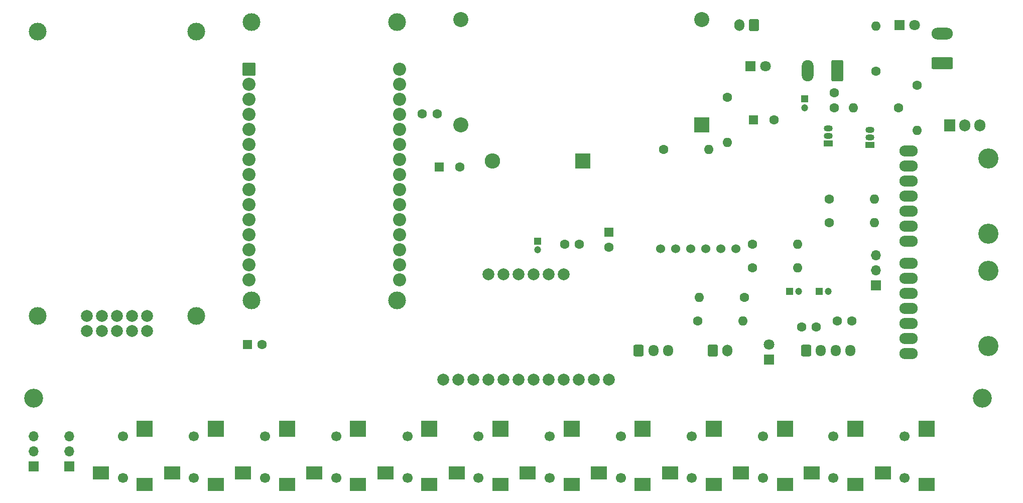
<source format=gbr>
%TF.GenerationSoftware,KiCad,Pcbnew,8.0.4*%
%TF.CreationDate,2024-10-16T11:55:09-05:00*%
%TF.ProjectId,touchboard,746f7563-6862-46f6-9172-642e6b696361,rev?*%
%TF.SameCoordinates,Original*%
%TF.FileFunction,Soldermask,Top*%
%TF.FilePolarity,Negative*%
%FSLAX46Y46*%
G04 Gerber Fmt 4.6, Leading zero omitted, Abs format (unit mm)*
G04 Created by KiCad (PCBNEW 8.0.4) date 2024-10-16 11:55:09*
%MOMM*%
%LPD*%
G01*
G04 APERTURE LIST*
G04 Aperture macros list*
%AMRoundRect*
0 Rectangle with rounded corners*
0 $1 Rounding radius*
0 $2 $3 $4 $5 $6 $7 $8 $9 X,Y pos of 4 corners*
0 Add a 4 corners polygon primitive as box body*
4,1,4,$2,$3,$4,$5,$6,$7,$8,$9,$2,$3,0*
0 Add four circle primitives for the rounded corners*
1,1,$1+$1,$2,$3*
1,1,$1+$1,$4,$5*
1,1,$1+$1,$6,$7*
1,1,$1+$1,$8,$9*
0 Add four rect primitives between the rounded corners*
20,1,$1+$1,$2,$3,$4,$5,0*
20,1,$1+$1,$4,$5,$6,$7,0*
20,1,$1+$1,$6,$7,$8,$9,0*
20,1,$1+$1,$8,$9,$2,$3,0*%
G04 Aperture macros list end*
%ADD10C,3.000000*%
%ADD11RoundRect,0.102000X-1.000000X-1.000000X1.000000X-1.000000X1.000000X1.000000X-1.000000X1.000000X0*%
%ADD12C,2.204000*%
%ADD13C,2.000000*%
%ADD14C,1.600000*%
%ADD15O,1.600000X1.600000*%
%ADD16R,1.200000X1.200000*%
%ADD17C,1.200000*%
%ADD18R,1.905000X2.000000*%
%ADD19O,1.905000X2.000000*%
%ADD20R,1.600000X1.600000*%
%ADD21RoundRect,0.250000X0.600000X0.750000X-0.600000X0.750000X-0.600000X-0.750000X0.600000X-0.750000X0*%
%ADD22O,1.700000X2.000000*%
%ADD23C,1.700000*%
%ADD24R,2.800000X2.200000*%
%ADD25R,2.800000X2.800000*%
%ADD26R,1.700000X1.700000*%
%ADD27O,1.700000X1.700000*%
%ADD28RoundRect,0.250000X-0.600000X-0.725000X0.600000X-0.725000X0.600000X0.725000X-0.600000X0.725000X0*%
%ADD29O,1.700000X1.950000*%
%ADD30C,3.200000*%
%ADD31R,2.540000X2.540000*%
%ADD32C,2.540000*%
%ADD33C,1.524000*%
%ADD34RoundRect,0.250000X1.550000X-0.750000X1.550000X0.750000X-1.550000X0.750000X-1.550000X-0.750000X0*%
%ADD35O,3.600000X2.000000*%
%ADD36C,3.400000*%
%ADD37O,3.101600X1.851600*%
%ADD38RoundRect,0.250000X0.750000X1.550000X-0.750000X1.550000X-0.750000X-1.550000X0.750000X-1.550000X0*%
%ADD39O,2.000000X3.600000*%
%ADD40R,1.800000X1.800000*%
%ADD41C,1.800000*%
%ADD42RoundRect,0.250000X-0.600000X-0.750000X0.600000X-0.750000X0.600000X0.750000X-0.600000X0.750000X0*%
%ADD43R,1.500000X1.050000*%
%ADD44O,1.500000X1.050000*%
%ADD45R,2.600000X2.600000*%
%ADD46O,2.600000X2.600000*%
G04 APERTURE END LIST*
D10*
%TO.C,U3*%
X82720000Y-45525000D03*
X82720000Y-92475000D03*
X107230000Y-45525000D03*
X107230000Y-92475000D03*
D11*
X82300000Y-53485000D03*
D12*
X82300000Y-56025000D03*
X82300000Y-58565000D03*
X82300000Y-61105000D03*
X82300000Y-63645000D03*
X82300000Y-66185000D03*
X82300000Y-68725000D03*
X82300000Y-71265000D03*
X82300000Y-73805000D03*
X82300000Y-76345000D03*
X82300000Y-78885000D03*
X82300000Y-81425000D03*
X82300000Y-83965000D03*
X82300000Y-86505000D03*
X82300000Y-89045000D03*
X107700000Y-89045000D03*
X107700000Y-86505000D03*
X107700000Y-83965000D03*
X107700000Y-81425000D03*
X107700000Y-78885000D03*
X107700000Y-76345000D03*
X107700000Y-73805000D03*
X107700000Y-71265000D03*
X107700000Y-68725000D03*
X107700000Y-66185000D03*
X107700000Y-63645000D03*
X107700000Y-61105000D03*
X107700000Y-58565000D03*
X107700000Y-56025000D03*
X107700000Y-53485000D03*
%TD*%
D10*
%TO.C,U6*%
X46600000Y-95130000D03*
X73400000Y-95130000D03*
X46600000Y-47130000D03*
X73400000Y-47130000D03*
D13*
X54920000Y-97670000D03*
X57460000Y-97670000D03*
X60000000Y-97670000D03*
X62540000Y-97670000D03*
X65080000Y-97670000D03*
X54920000Y-95130000D03*
X57460000Y-95130000D03*
X60000000Y-95130000D03*
X62540000Y-95130000D03*
X65080000Y-95130000D03*
%TD*%
%TO.C,U1*%
X135350000Y-88110000D03*
X132810000Y-88110000D03*
X130270000Y-88110000D03*
X127730000Y-88110000D03*
X125190000Y-88110000D03*
X122650000Y-88110000D03*
X115030000Y-105890000D03*
X117570000Y-105890000D03*
X120110000Y-105890000D03*
X122650000Y-105890000D03*
X125190000Y-105890000D03*
X127730000Y-105890000D03*
X130270000Y-105890000D03*
X132810000Y-105890000D03*
X135350000Y-105890000D03*
X137890000Y-105890000D03*
X140430000Y-105890000D03*
X142970000Y-105890000D03*
%TD*%
D14*
%TO.C,R3*%
X191810000Y-60000000D03*
D15*
X184190000Y-60000000D03*
%TD*%
D16*
%TO.C,C4*%
X176000000Y-58500000D03*
D17*
X176000000Y-60000000D03*
%TD*%
D14*
%TO.C,C35*%
X135500000Y-83000000D03*
X138000000Y-83000000D03*
%TD*%
D18*
%TO.C,Q3*%
X200460000Y-63000000D03*
D19*
X203000000Y-63000000D03*
X205540000Y-63000000D03*
%TD*%
D16*
%TO.C,C8*%
X178500000Y-91000000D03*
D17*
X180000000Y-91000000D03*
%TD*%
D14*
%TO.C,R1*%
X163000000Y-58190000D03*
D15*
X163000000Y-65810000D03*
%TD*%
D20*
%TO.C,C1*%
X167347349Y-62000000D03*
D14*
X170847349Y-62000000D03*
%TD*%
%TO.C,RG1*%
X180143000Y-79420000D03*
D15*
X187763000Y-79420000D03*
%TD*%
D20*
%TO.C,C33*%
X143000000Y-81000000D03*
D14*
X143000000Y-83500000D03*
%TD*%
D21*
%TO.C,J2*%
X167500000Y-46000000D03*
D22*
X165000000Y-46000000D03*
%TD*%
D23*
%TO.C,E9*%
X157000000Y-122500000D03*
X157000000Y-115500000D03*
D24*
X153300000Y-121600000D03*
X160700000Y-123600000D03*
D25*
X160700000Y-114200000D03*
%TD*%
D26*
%TO.C,JP1*%
X188000000Y-90000000D03*
D27*
X188000000Y-87460000D03*
X188000000Y-84920000D03*
%TD*%
D14*
%TO.C,R2*%
X152190000Y-67000000D03*
D15*
X159810000Y-67000000D03*
%TD*%
D14*
%TO.C,R6*%
X158000000Y-96000000D03*
D15*
X165620000Y-96000000D03*
%TD*%
D28*
%TO.C,J4*%
X176250000Y-101000000D03*
D29*
X178750000Y-101000000D03*
X181250000Y-101000000D03*
X183750000Y-101000000D03*
%TD*%
D23*
%TO.C,E4*%
X97000000Y-122500000D03*
X97000000Y-115500000D03*
D24*
X93300000Y-121600000D03*
X100700000Y-123600000D03*
D25*
X100700000Y-114200000D03*
%TD*%
D30*
%TO.C,H2*%
X206000000Y-109000000D03*
%TD*%
D31*
%TO.C,U2*%
X158640000Y-62890000D03*
D32*
X158640000Y-45110000D03*
X118000000Y-45110000D03*
X118000000Y-62890000D03*
%TD*%
D33*
%TO.C,U7*%
X151750000Y-83825000D03*
X154290000Y-83825000D03*
X156830000Y-83825000D03*
X159370000Y-83825000D03*
X161910000Y-83825000D03*
X164450000Y-83825000D03*
%TD*%
D34*
%TO.C,J3*%
X199222500Y-52500000D03*
D35*
X199222500Y-47500000D03*
%TD*%
D23*
%TO.C,E7*%
X133000000Y-122500000D03*
X133000000Y-115500000D03*
D24*
X129300000Y-121600000D03*
X136700000Y-123600000D03*
D25*
X136700000Y-114200000D03*
%TD*%
D23*
%TO.C,E5*%
X109000000Y-122500000D03*
X109000000Y-115500000D03*
D24*
X105300000Y-121600000D03*
X112700000Y-123600000D03*
D25*
X112700000Y-114200000D03*
%TD*%
D14*
%TO.C,R8*%
X167190000Y-83000000D03*
D15*
X174810000Y-83000000D03*
%TD*%
D23*
%TO.C,E10*%
X169000000Y-122500000D03*
X169000000Y-115500000D03*
D24*
X165300000Y-121600000D03*
X172700000Y-123600000D03*
D25*
X172700000Y-114200000D03*
%TD*%
D14*
%TO.C,RSD1*%
X180143000Y-75420000D03*
D15*
X187763000Y-75420000D03*
%TD*%
D14*
%TO.C,R10*%
X165810000Y-92000000D03*
D15*
X158190000Y-92000000D03*
%TD*%
D36*
%TO.C,U4*%
X206969000Y-68530000D03*
X206969000Y-81230000D03*
D37*
X193499000Y-82500000D03*
X193499000Y-79960000D03*
X193499000Y-77420000D03*
X193499000Y-74880000D03*
X193499000Y-72340000D03*
X193499000Y-69800000D03*
X193499000Y-67260000D03*
%TD*%
D36*
%TO.C,U5*%
X207016000Y-87530000D03*
X207016000Y-100230000D03*
D37*
X193546000Y-101500000D03*
X193546000Y-98960000D03*
X193546000Y-96420000D03*
X193546000Y-93880000D03*
X193546000Y-91340000D03*
X193546000Y-88800000D03*
X193546000Y-86260000D03*
%TD*%
D23*
%TO.C,E6*%
X121000000Y-122500000D03*
X121000000Y-115500000D03*
D24*
X117300000Y-121600000D03*
X124700000Y-123600000D03*
D25*
X124700000Y-114200000D03*
%TD*%
D23*
%TO.C,E11*%
X180880000Y-122500000D03*
X180880000Y-115500000D03*
D24*
X177180000Y-121600000D03*
X184580000Y-123600000D03*
D25*
X184580000Y-114200000D03*
%TD*%
D14*
%TO.C,C9*%
X181500000Y-96000000D03*
X184000000Y-96000000D03*
%TD*%
D38*
%TO.C,J1*%
X181500000Y-53777500D03*
D39*
X176500000Y-53777500D03*
%TD*%
D40*
%TO.C,D3*%
X170000000Y-102540000D03*
D41*
X170000000Y-100000000D03*
%TD*%
D16*
%TO.C,C34*%
X131000000Y-82500000D03*
D17*
X131000000Y-84000000D03*
%TD*%
D40*
%TO.C,D4*%
X192000000Y-46000000D03*
D41*
X194540000Y-46000000D03*
%TD*%
D23*
%TO.C,E8*%
X145000000Y-122500000D03*
X145000000Y-115500000D03*
D24*
X141300000Y-121600000D03*
X148700000Y-123600000D03*
D25*
X148700000Y-114200000D03*
%TD*%
D42*
%TO.C,J8*%
X160500000Y-101000000D03*
D22*
X163000000Y-101000000D03*
%TD*%
D14*
%TO.C,R4*%
X195000000Y-56190000D03*
D15*
X195000000Y-63810000D03*
%TD*%
D20*
%TO.C,C32*%
X82000000Y-100000000D03*
D14*
X84500000Y-100000000D03*
%TD*%
D23*
%TO.C,E12*%
X192880000Y-122500000D03*
X192880000Y-115500000D03*
D24*
X189180000Y-121600000D03*
X196580000Y-123600000D03*
D25*
X196580000Y-114200000D03*
%TD*%
D14*
%TO.C,C2*%
X114000000Y-61000000D03*
X111500000Y-61000000D03*
%TD*%
D43*
%TO.C,Q2*%
X187000000Y-66270000D03*
D44*
X187000000Y-65000000D03*
X187000000Y-63730000D03*
%TD*%
D23*
%TO.C,E2*%
X73000000Y-122500000D03*
X73000000Y-115500000D03*
D24*
X69300000Y-121600000D03*
X76700000Y-123600000D03*
D25*
X76700000Y-114200000D03*
%TD*%
D20*
%TO.C,C3*%
X114347349Y-70000000D03*
D14*
X117847349Y-70000000D03*
%TD*%
%TO.C,C7*%
X175500000Y-97000000D03*
X178000000Y-97000000D03*
%TD*%
D30*
%TO.C,H1*%
X46000000Y-109000000D03*
%TD*%
D26*
%TO.C,JP3*%
X52000000Y-120540000D03*
D27*
X52000000Y-118000000D03*
X52000000Y-115460000D03*
%TD*%
D45*
%TO.C,D1*%
X138620000Y-69000000D03*
D46*
X123380000Y-69000000D03*
%TD*%
D14*
%TO.C,C5*%
X181000000Y-57500000D03*
X181000000Y-60000000D03*
%TD*%
D23*
%TO.C,E1*%
X61000000Y-122500000D03*
X61000000Y-115500000D03*
D24*
X57300000Y-121600000D03*
X64700000Y-123600000D03*
D25*
X64700000Y-114200000D03*
%TD*%
D14*
%TO.C,R7*%
X167190000Y-87000000D03*
D15*
X174810000Y-87000000D03*
%TD*%
D14*
%TO.C,R5*%
X188000000Y-53810000D03*
D15*
X188000000Y-46190000D03*
%TD*%
D16*
%TO.C,C6*%
X173500000Y-91000000D03*
D17*
X175000000Y-91000000D03*
%TD*%
D40*
%TO.C,D2*%
X166905000Y-53000000D03*
D41*
X169445000Y-53000000D03*
%TD*%
D26*
%TO.C,JP2*%
X46000000Y-120540000D03*
D27*
X46000000Y-118000000D03*
X46000000Y-115460000D03*
%TD*%
D28*
%TO.C,J5*%
X148000000Y-101000000D03*
D29*
X150500000Y-101000000D03*
X153000000Y-101000000D03*
%TD*%
D23*
%TO.C,E3*%
X85000000Y-122500000D03*
X85000000Y-115500000D03*
D24*
X81300000Y-121600000D03*
X88700000Y-123600000D03*
D25*
X88700000Y-114200000D03*
%TD*%
D43*
%TO.C,Q1*%
X180000000Y-66000000D03*
D44*
X180000000Y-64730000D03*
X180000000Y-63460000D03*
%TD*%
M02*

</source>
